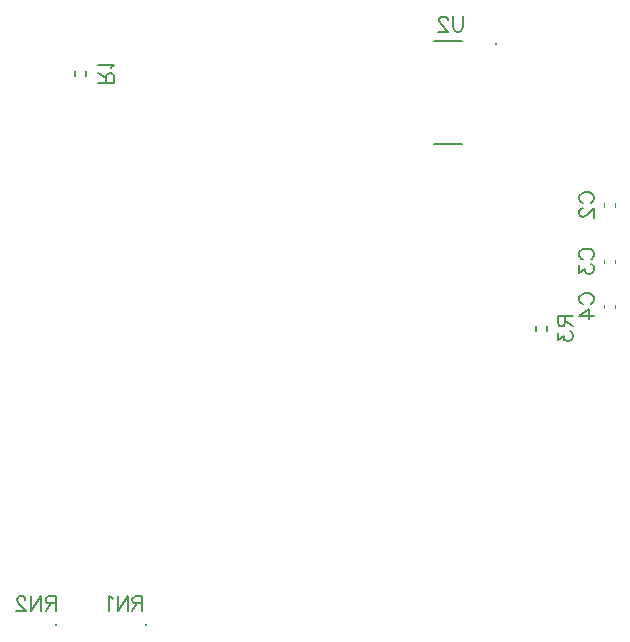
<source format=gbr>
G04 DipTrace 4.3.0.1*
G04 BottomSilk.gbr*
%MOIN*%
G04 #@! TF.FileFunction,Legend,Bot*
G04 #@! TF.Part,Single*
%ADD10C,0.004724*%
%ADD22C,0.005*%
%ADD37C,0.005906*%
%ADD110C,0.00772*%
%FSLAX26Y26*%
G04*
G70*
G90*
G75*
G01*
G04 BotSilk*
%LPD*%
X3174802Y2236712D2*
D10*
Y2225688D1*
X3212598Y2236712D2*
Y2225688D1*
X3174802Y2049212D2*
Y2038188D1*
X3212598Y2049212D2*
Y2038188D1*
X3174802Y1899212D2*
Y1888188D1*
X3212598Y1899212D2*
Y1888188D1*
X1450098Y2660826D2*
D37*
Y2676574D1*
X1412302Y2660826D2*
Y2676574D1*
X2949802Y1826574D2*
Y1810826D1*
X2987598Y1826574D2*
Y1810826D1*
G36*
X1650196Y828444D2*
X1649682Y828478D1*
X1649177Y828578D1*
X1648689Y828744D1*
X1648228Y828972D1*
X1647799Y829258D1*
X1647412Y829597D1*
X1647073Y829984D1*
X1646787Y830413D1*
X1646559Y830874D1*
X1646393Y831362D1*
X1646293Y831867D1*
X1646259Y832381D1*
X1646293Y832895D1*
X1646393Y833400D1*
X1646559Y833888D1*
X1646787Y834350D1*
X1647073Y834778D1*
X1647412Y835165D1*
X1647799Y835505D1*
X1648228Y835791D1*
X1648689Y836018D1*
X1649177Y836184D1*
X1649682Y836284D1*
X1650196Y836318D1*
D1*
X1650710Y836284D1*
X1651215Y836184D1*
X1651703Y836018D1*
X1652165Y835791D1*
X1652593Y835505D1*
X1652980Y835165D1*
X1653320Y834778D1*
X1653606Y834350D1*
X1653833Y833888D1*
X1653999Y833400D1*
X1654099Y832895D1*
X1654133Y832381D1*
X1654099Y831867D1*
X1653999Y831362D1*
X1653833Y830874D1*
X1653606Y830413D1*
X1653320Y829984D1*
X1652980Y829597D1*
X1652593Y829258D1*
X1652165Y828972D1*
X1651703Y828744D1*
X1651215Y828578D1*
X1650710Y828478D1*
X1650196Y828444D1*
D1*
G37*
G36*
X1350196D2*
X1349682Y828478D1*
X1349177Y828578D1*
X1348689Y828744D1*
X1348228Y828972D1*
X1347799Y829258D1*
X1347412Y829597D1*
X1347073Y829984D1*
X1346787Y830413D1*
X1346559Y830874D1*
X1346393Y831362D1*
X1346293Y831867D1*
X1346259Y832381D1*
X1346293Y832895D1*
X1346393Y833400D1*
X1346559Y833888D1*
X1346787Y834350D1*
X1347073Y834778D1*
X1347412Y835165D1*
X1347799Y835505D1*
X1348228Y835791D1*
X1348689Y836018D1*
X1349177Y836184D1*
X1349682Y836284D1*
X1350196Y836318D1*
D1*
X1350710Y836284D1*
X1351215Y836184D1*
X1351703Y836018D1*
X1352165Y835791D1*
X1352593Y835505D1*
X1352980Y835165D1*
X1353320Y834778D1*
X1353606Y834350D1*
X1353833Y833888D1*
X1353999Y833400D1*
X1354099Y832895D1*
X1354133Y832381D1*
X1354099Y831867D1*
X1353999Y831362D1*
X1353833Y830874D1*
X1353606Y830413D1*
X1353320Y829984D1*
X1352980Y829597D1*
X1352593Y829258D1*
X1352165Y828972D1*
X1351703Y828744D1*
X1351215Y828578D1*
X1350710Y828478D1*
X1350196Y828444D1*
D1*
G37*
X2702263Y2435924D2*
D22*
X2610137D1*
X2702263Y2776476D2*
X2610137D1*
G36*
X2811712Y2767617D2*
X2811745Y2768131D1*
X2811846Y2768636D1*
X2812012Y2769124D1*
X2812239Y2769586D1*
X2812525Y2770014D1*
X2812865Y2770401D1*
X2813252Y2770741D1*
X2813680Y2771027D1*
X2814142Y2771255D1*
X2814630Y2771420D1*
X2815135Y2771521D1*
X2815649Y2771554D1*
X2816163Y2771521D1*
X2816668Y2771420D1*
X2817155Y2771255D1*
X2817617Y2771027D1*
X2818046Y2770741D1*
X2818433Y2770401D1*
X2818772Y2770014D1*
X2819058Y2769586D1*
X2819286Y2769124D1*
X2819452Y2768636D1*
X2819552Y2768131D1*
X2819586Y2767617D1*
D1*
X2819552Y2767103D1*
X2819452Y2766598D1*
X2819286Y2766111D1*
X2819058Y2765649D1*
X2818772Y2765221D1*
X2818433Y2764833D1*
X2818046Y2764494D1*
X2817617Y2764208D1*
X2817155Y2763980D1*
X2816668Y2763814D1*
X2816163Y2763714D1*
X2815649Y2763680D1*
X2815135Y2763714D1*
X2814630Y2763814D1*
X2814142Y2763980D1*
X2813680Y2764208D1*
X2813252Y2764494D1*
X2812865Y2764833D1*
X2812525Y2765221D1*
X2812239Y2765649D1*
X2812012Y2766111D1*
X2811846Y2766598D1*
X2811745Y2767103D1*
X2811712Y2767617D1*
D1*
G37*
X3105250Y2237731D2*
D110*
X3100497Y2240108D1*
X3095688Y2244916D1*
X3093312Y2249670D1*
Y2259231D1*
X3095688Y2264040D1*
X3100497Y2268793D1*
X3105250Y2271225D1*
X3112435Y2273601D1*
X3124428D1*
X3131558Y2271225D1*
X3136367Y2268793D1*
X3141120Y2264040D1*
X3143552Y2259231D1*
Y2249670D1*
X3141120Y2244916D1*
X3136367Y2240108D1*
X3131558Y2237731D1*
X3105305Y2219860D2*
X3102928D1*
X3098120Y2217484D1*
X3095743Y2215107D1*
X3093367Y2210299D1*
Y2200737D1*
X3095743Y2195984D1*
X3098120Y2193607D1*
X3102928Y2191175D1*
X3107682D1*
X3112490Y2193607D1*
X3119620Y2198360D1*
X3143552Y2222292D1*
Y2188799D1*
X3105250Y2050231D2*
X3100497Y2052608D1*
X3095688Y2057416D1*
X3093312Y2062170D1*
Y2071731D1*
X3095688Y2076540D1*
X3100497Y2081293D1*
X3105250Y2083725D1*
X3112435Y2086101D1*
X3124428D1*
X3131558Y2083725D1*
X3136367Y2081293D1*
X3141120Y2076540D1*
X3143552Y2071731D1*
Y2062170D1*
X3141120Y2057416D1*
X3136367Y2052608D1*
X3131558Y2050231D1*
X3093367Y2029984D2*
Y2003731D1*
X3112490Y2018045D1*
Y2010860D1*
X3114867Y2006107D1*
X3117243Y2003731D1*
X3124428Y2001299D1*
X3129182D1*
X3136367Y2003731D1*
X3141175Y2008484D1*
X3143552Y2015669D1*
Y2022854D1*
X3141175Y2029984D1*
X3138743Y2032360D1*
X3133990Y2034792D1*
X3105250Y1901420D2*
X3100497Y1903796D1*
X3095688Y1908605D1*
X3093312Y1913358D1*
Y1922919D1*
X3095688Y1927728D1*
X3100497Y1932481D1*
X3105250Y1934913D1*
X3112435Y1937290D1*
X3124428D1*
X3131558Y1934913D1*
X3136367Y1932481D1*
X3141120Y1927728D1*
X3143552Y1922919D1*
Y1913358D1*
X3141120Y1908605D1*
X3136367Y1903796D1*
X3131558Y1901420D1*
X3143552Y1862049D2*
X3093367D1*
X3126805Y1885980D1*
Y1850110D1*
X1517499Y2638237D2*
Y2659737D1*
X1519931Y2666922D1*
X1522308Y2669354D1*
X1527061Y2671730D1*
X1531869D1*
X1536623Y2669354D1*
X1539054Y2666922D1*
X1541431Y2659737D1*
Y2638237D1*
X1491191D1*
X1517499Y2654984D2*
X1491191Y2671730D1*
X1531814Y2687170D2*
X1534246Y2691978D1*
X1541376Y2699163D1*
X1491191D1*
X3046598Y1859913D2*
Y1838413D1*
X3044166Y1831228D1*
X3041790Y1828796D1*
X3037037Y1826420D1*
X3032228D1*
X3027475Y1828796D1*
X3025043Y1831228D1*
X3022667Y1838413D1*
Y1859913D1*
X3072907D1*
X3046598Y1843166D2*
X3072907Y1826420D1*
X3022722Y1806172D2*
Y1779919D1*
X3041845Y1794234D1*
Y1787049D1*
X3044222Y1782295D1*
X3046598Y1779919D1*
X3053783Y1777487D1*
X3058536D1*
X3065722Y1779919D1*
X3070530Y1784672D1*
X3072907Y1791857D1*
Y1799042D1*
X3070530Y1806172D1*
X3068098Y1808549D1*
X3063345Y1810980D1*
X1637507Y903326D2*
X1616007D1*
X1608822Y905758D1*
X1606391Y908134D1*
X1604014Y912888D1*
Y917696D1*
X1606391Y922449D1*
X1608822Y924881D1*
X1616007Y927258D1*
X1637507D1*
Y877018D1*
X1620761Y903326D2*
X1604014Y877018D1*
X1555081Y927258D2*
Y877018D1*
X1588575Y927258D1*
Y877018D1*
X1539642Y917641D2*
X1534834Y920073D1*
X1527649Y927202D1*
Y877018D1*
X1348257Y903326D2*
X1326757D1*
X1319572Y905758D1*
X1317140Y908134D1*
X1314764Y912888D1*
Y917696D1*
X1317140Y922449D1*
X1319572Y924881D1*
X1326757Y927258D1*
X1348257D1*
Y877018D1*
X1331511Y903326D2*
X1314764Y877018D1*
X1265831Y927258D2*
Y877018D1*
X1299325Y927258D1*
Y877018D1*
X1247960Y915264D2*
Y917641D1*
X1245584Y922449D1*
X1243207Y924826D1*
X1238399Y927202D1*
X1228837D1*
X1224084Y924826D1*
X1221707Y922449D1*
X1219275Y917641D1*
Y912888D1*
X1221707Y908079D1*
X1226460Y900949D1*
X1250392Y877018D1*
X1216899D1*
X2706074Y2859541D2*
Y2823671D1*
X2703698Y2816486D1*
X2698889Y2811733D1*
X2691704Y2809301D1*
X2686951D1*
X2679766Y2811733D1*
X2674958Y2816486D1*
X2672581Y2823671D1*
Y2859541D1*
X2654710Y2847548D2*
Y2849924D1*
X2652333Y2854733D1*
X2649957Y2857109D1*
X2645148Y2859486D1*
X2635587D1*
X2630833Y2857109D1*
X2628457Y2854733D1*
X2626025Y2849924D1*
Y2845171D1*
X2628457Y2840363D1*
X2633210Y2833233D1*
X2657142Y2809301D1*
X2623648D1*
M02*

</source>
